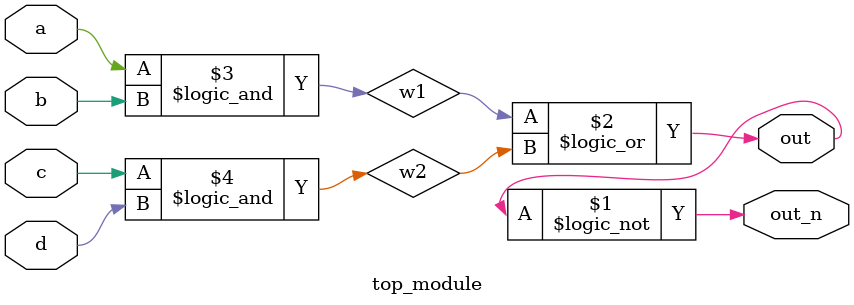
<source format=v>
`default_nettype none
module top_module(
    input a,
    input b,
    input c,
    input d,
    output out,
    output out_n   ); 
    wire w1,w2;
assign out_n=!out;
    assign out=w1||w2;
    assign w1=a&&b;
    assign w2=c&&d;
  
endmodule

</source>
